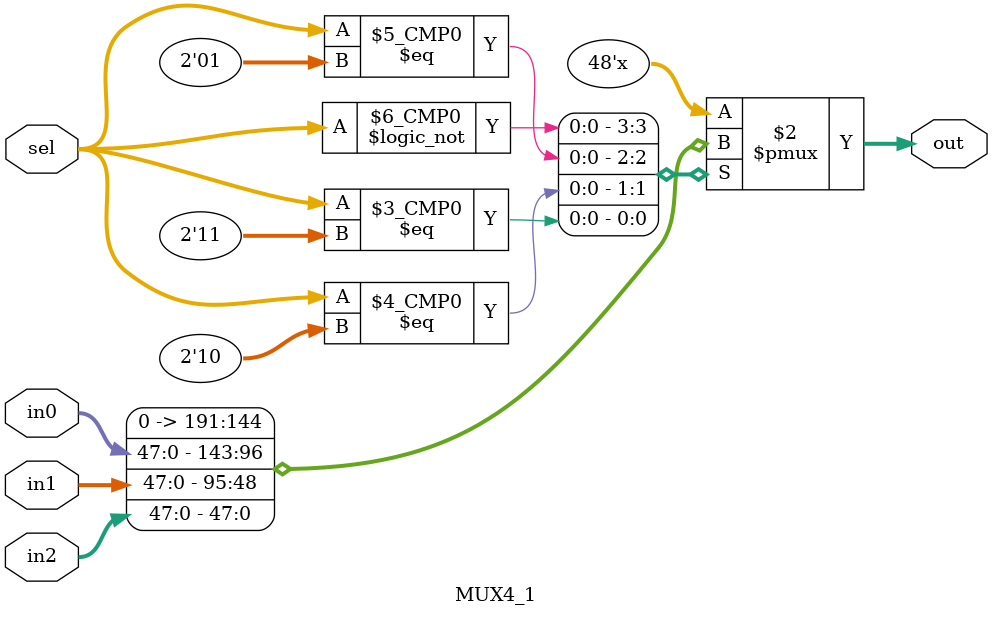
<source format=v>
module MUX4_1 (in0,in1,in2,sel,out);
parameter N=48;
input [N-1:0] in0,in1,in2;
input [1:0] sel;
output reg [N-1:0] out;
always@(*) begin
    case(sel)
    2'b00 :out=0;
    2'b01 :out=in0;
    2'b10 :out=in1;
    2'b11 :out=in2;
    endcase
end
endmodule




</source>
